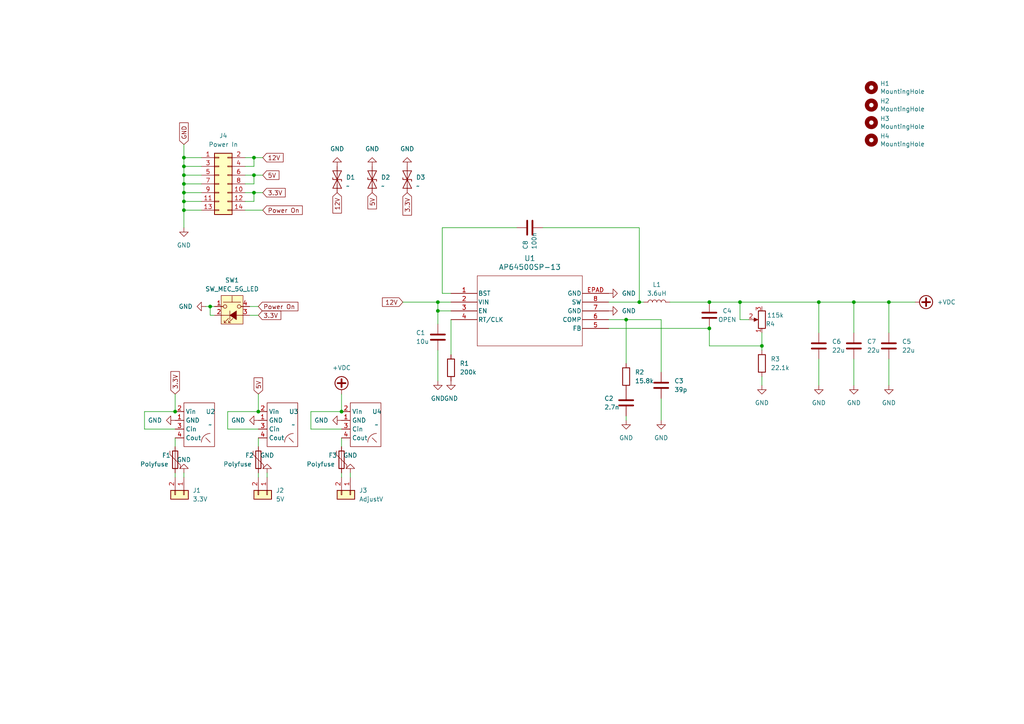
<source format=kicad_sch>
(kicad_sch (version 20230121) (generator eeschema)
  (paper "A4")
  (lib_symbols
    (symbol "AP64500SP:AP64500SP-13" (pin_names (offset 0.254))
      (property "Reference" "U" (at 22.86 10.16 0))
      (property "Value" "AP64500SP-13" (at 22.86 7.62 0))
      (symbol "AP64500SP-13_0_1"
        (polyline (pts (xy 7.62 -15.24) (xy 38.1 -15.24)) (stroke (width 0.127)))
        (polyline (pts (xy 7.62 5.08) (xy 7.62 -15.24)) (stroke (width 0.127)))
        (polyline (pts (xy 38.1 -15.24) (xy 38.1 5.08)) (stroke (width 0.127)))
        (polyline (pts (xy 38.1 5.08) (xy 7.62 5.08)) (stroke (width 0.127)))
        (pin power_in line (at 0 0 0) (length 7.62) (name "BST") (number "1"))
        (pin power_in line (at 0 -2.54 0) (length 7.62) (name "VIN") (number "2"))
        (pin input line (at 0 -5.08 0) (length 7.62) (name "EN") (number "3"))
        (pin unspecified line (at 0 -7.62 0) (length 7.62) (name "RT/CLK") (number "4"))
        (pin unspecified line (at 45.72 -10.16 180) (length 7.62) (name "FB") (number "5"))
        (pin unspecified line (at 45.72 -7.62 180) (length 7.62) (name "COMP") (number "6"))
        (pin power_out line (at 45.72 -5.08 180) (length 7.62) (name "GND") (number "7"))
        (pin output line (at 45.72 -2.54 180) (length 7.62) (name "SW") (number "8"))
        (pin power_out line (at 45.72 0 180) (length 7.62) (name "GND") (number "EPAD"))
      )
    )
    (symbol "Connector_Generic:Conn_01x02" (pin_names (offset 1.016) hide)
      (property "Reference" "J" (at 0 2.54 0))
      (property "Value" "Conn_01x02" (at 0 -5.08 0))
      (symbol "Conn_01x02_1_1"
        (rectangle (start -1.27 -2.413) (end 0 -2.667) (stroke (width 0.1524)))
        (rectangle (start -1.27 0.127) (end 0 -0.127) (stroke (width 0.1524)))
        (rectangle (start -1.27 1.27) (end 1.27 -3.81) (stroke (width 0.254)) (fill (type background)))
        (pin passive line (at -5.08 0 0) (length 3.81) (name "Pin_1") (number "1"))
        (pin passive line (at -5.08 -2.54 0) (length 3.81) (name "Pin_2") (number "2"))
      )
    )
    (symbol "Connector_Generic:Conn_02x07_Odd_Even" (pin_names (offset 1.016) hide)
      (property "Reference" "J" (at 1.27 10.16 0))
      (property "Value" "Conn_02x07_Odd_Even" (at 1.27 -10.16 0))
      (symbol "Conn_02x07_Odd_Even_1_1"
        (rectangle (start -1.27 -7.493) (end 0 -7.747) (stroke (width 0.1524)))
        (rectangle (start -1.27 -4.953) (end 0 -5.207) (stroke (width 0.1524)))
        (rectangle (start -1.27 -2.413) (end 0 -2.667) (stroke (width 0.1524)))
        (rectangle (start -1.27 0.127) (end 0 -0.127) (stroke (width 0.1524)))
        (rectangle (start -1.27 2.667) (end 0 2.413) (stroke (width 0.1524)))
        (rectangle (start -1.27 5.207) (end 0 4.953) (stroke (width 0.1524)))
        (rectangle (start -1.27 7.747) (end 0 7.493) (stroke (width 0.1524)))
        (rectangle (start -1.27 8.89) (end 3.81 -8.89) (stroke (width 0.254)) (fill (type background)))
        (rectangle (start 3.81 -7.493) (end 2.54 -7.747) (stroke (width 0.1524)))
        (rectangle (start 3.81 -4.953) (end 2.54 -5.207) (stroke (width 0.1524)))
        (rectangle (start 3.81 -2.413) (end 2.54 -2.667) (stroke (width 0.1524)))
        (rectangle (start 3.81 0.127) (end 2.54 -0.127) (stroke (width 0.1524)))
        (rectangle (start 3.81 2.667) (end 2.54 2.413) (stroke (width 0.1524)))
        (rectangle (start 3.81 5.207) (end 2.54 4.953) (stroke (width 0.1524)))
        (rectangle (start 3.81 7.747) (end 2.54 7.493) (stroke (width 0.1524)))
        (pin passive line (at -5.08 7.62 0) (length 3.81) (name "Pin_1") (number "1"))
        (pin passive line (at 7.62 -2.54 180) (length 3.81) (name "Pin_10") (number "10"))
        (pin passive line (at -5.08 -5.08 0) (length 3.81) (name "Pin_11") (number "11"))
        (pin passive line (at 7.62 -5.08 180) (length 3.81) (name "Pin_12") (number "12"))
        (pin passive line (at -5.08 -7.62 0) (length 3.81) (name "Pin_13") (number "13"))
        (pin passive line (at 7.62 -7.62 180) (length 3.81) (name "Pin_14") (number "14"))
        (pin passive line (at 7.62 7.62 180) (length 3.81) (name "Pin_2") (number "2"))
        (pin passive line (at -5.08 5.08 0) (length 3.81) (name "Pin_3") (number "3"))
        (pin passive line (at 7.62 5.08 180) (length 3.81) (name "Pin_4") (number "4"))
        (pin passive line (at -5.08 2.54 0) (length 3.81) (name "Pin_5") (number "5"))
        (pin passive line (at 7.62 2.54 180) (length 3.81) (name "Pin_6") (number "6"))
        (pin passive line (at -5.08 0 0) (length 3.81) (name "Pin_7") (number "7"))
        (pin passive line (at 7.62 0 180) (length 3.81) (name "Pin_8") (number "8"))
        (pin passive line (at -5.08 -2.54 0) (length 3.81) (name "Pin_9") (number "9"))
      )
    )
    (symbol "Device:C" (pin_numbers hide) (pin_names (offset 0.254))
      (property "Reference" "C" (at 0.635 2.54 0))
      (property "Value" "C" (at 0.635 -2.54 0))
      (symbol "C_0_1"
        (polyline (pts (xy -2.032 -0.762) (xy 2.032 -0.762)) (stroke (width 0.508)))
        (polyline (pts (xy -2.032 0.762) (xy 2.032 0.762)) (stroke (width 0.508)))
      )
      (symbol "C_1_1"
        (pin passive line (at 0 3.81 270) (length 2.794) (name "~") (number "1"))
        (pin passive line (at 0 -3.81 90) (length 2.794) (name "~") (number "2"))
      )
    )
    (symbol "Device:L" (pin_numbers hide) (pin_names (offset 1.016) hide)
      (property "Reference" "L" (at -1.27 0 90))
      (property "Value" "L" (at 1.905 0 90))
      (symbol "L_0_1"
        (arc (start 0 -2.54) (mid 0.6323 -1.905) (end 0 -1.27))
        (arc (start 0 -1.27) (mid 0.6323 -0.635) (end 0 0))
        (arc (start 0 0) (mid 0.6323 0.635) (end 0 1.27))
        (arc (start 0 1.27) (mid 0.6323 1.905) (end 0 2.54))
      )
      (symbol "L_1_1"
        (pin passive line (at 0 3.81 270) (length 1.27) (name "1") (number "1"))
        (pin passive line (at 0 -3.81 90) (length 1.27) (name "2") (number "2"))
      )
    )
    (symbol "Device:Polyfuse" (pin_numbers hide) (pin_names (offset 0))
      (property "Reference" "F" (at -2.54 0 90))
      (property "Value" "Polyfuse" (at 2.54 0 90))
      (symbol "Polyfuse_0_1"
        (rectangle (start -0.762 2.54) (end 0.762 -2.54) (stroke (width 0.254)))
        (polyline (pts (xy 0 2.54) (xy 0 -2.54)))
        (polyline (pts (xy -1.524 2.54) (xy -1.524 1.524) (xy 1.524 -1.524) (xy 1.524 -2.54)))
      )
      (symbol "Polyfuse_1_1"
        (pin passive line (at 0 3.81 270) (length 1.27) (name "~") (number "1"))
        (pin passive line (at 0 -3.81 90) (length 1.27) (name "~") (number "2"))
      )
    )
    (symbol "Device:R" (pin_numbers hide) (pin_names (offset 0))
      (property "Reference" "R" (at 2.032 0 90))
      (property "Value" "R" (at 0 0 90))
      (symbol "R_0_1"
        (rectangle (start -1.016 -2.54) (end 1.016 2.54) (stroke (width 0.254)))
      )
      (symbol "R_1_1"
        (pin passive line (at 0 3.81 270) (length 1.27) (name "~") (number "1"))
        (pin passive line (at 0 -3.81 90) (length 1.27) (name "~") (number "2"))
      )
    )
    (symbol "Device:R_Potentiometer" (pin_names (offset 1.016) hide)
      (property "Reference" "RV" (at -4.445 0 90))
      (property "Value" "R_Potentiometer" (at -2.54 0 90))
      (symbol "R_Potentiometer_0_1"
        (polyline (pts (xy 2.54 0) (xy 1.524 0)))
        (polyline (pts (xy 1.143 0) (xy 2.286 0.508) (xy 2.286 -0.508) (xy 1.143 0)) (fill (type outline)))
        (rectangle (start 1.016 2.54) (end -1.016 -2.54) (stroke (width 0.254)))
      )
      (symbol "R_Potentiometer_1_1"
        (pin passive line (at 0 3.81 270) (length 1.27) (name "1") (number "1"))
        (pin passive line (at 3.81 0 180) (length 1.27) (name "2") (number "2"))
        (pin passive line (at 0 -3.81 90) (length 1.27) (name "3") (number "3"))
      )
    )
    (symbol "Diode:ESD9B5.0ST5G" (pin_numbers hide) (pin_names (offset 1.016) hide)
      (property "Reference" "D" (at 0 2.54 0))
      (property "Value" "ESD9B5.0ST5G" (at 0 -2.54 0))
      (symbol "ESD9B5.0ST5G_0_1"
        (polyline (pts (xy 1.27 0) (xy -1.27 0)))
        (polyline (pts (xy -2.54 -1.27) (xy 0 0) (xy -2.54 1.27) (xy -2.54 -1.27)) (stroke (width 0.2032)))
        (polyline (pts (xy 0.508 1.27) (xy 0 1.27) (xy 0 -1.27) (xy -0.508 -1.27)) (stroke (width 0.2032)))
        (polyline (pts (xy 2.54 1.27) (xy 2.54 -1.27) (xy 0 0) (xy 2.54 1.27)) (stroke (width 0.2032)))
      )
      (symbol "ESD9B5.0ST5G_1_1"
        (pin passive line (at -3.81 0 0) (length 2.54) (name "A1") (number "1"))
        (pin passive line (at 3.81 0 180) (length 2.54) (name "A2") (number "2"))
      )
    )
    (symbol "Mechanical:MountingHole" (pin_names (offset 1.016))
      (property "Reference" "H" (at 0 5.08 0))
      (property "Value" "MountingHole" (at 0 3.175 0))
      (symbol "MountingHole_0_1"
        (circle (center 0 0) (radius 1.27) (stroke (width 1.27)))
      )
    )
    (symbol "Switch:SW_MEC_5G_LED" (pin_names (offset 1.016) hide)
      (property "Reference" "SW" (at 0 7.62 0))
      (property "Value" "SW_MEC_5G_LED" (at 0 -3.81 0))
      (symbol "SW_MEC_5G_LED_0_0"
        (polyline (pts (xy -2.54 0) (xy 2.54 0)))
        (polyline (pts (xy -2.286 -2.159) (xy -1.016 -0.889)))
        (polyline (pts (xy -1.016 -2.159) (xy 0.254 -0.889)))
        (polyline (pts (xy -0.635 1.27) (xy -0.635 -1.27)))
        (polyline (pts (xy -2.286 -1.524) (xy -2.286 -2.159) (xy -1.651 -2.159)))
        (polyline (pts (xy -1.016 -1.524) (xy -1.016 -2.159) (xy -0.381 -2.159)))
        (polyline (pts (xy -0.635 0) (xy 1.27 1.27) (xy 1.27 -1.27) (xy -0.635 0)) (fill (type outline)))
      )
      (symbol "SW_MEC_5G_LED_0_1"
        (circle (center -2.032 2.54) (radius 0.508))
        (polyline (pts (xy 0 3.81) (xy 0 5.588)))
        (polyline (pts (xy 2.54 3.81) (xy -2.54 3.81)))
        (circle (center 2.032 2.54) (radius 0.508))
        (pin passive line (at -5.08 2.54 0) (length 2.54) (name "1") (number "1"))
        (pin passive line (at -5.08 0 0) (length 2.54) (name "2") (number "2"))
        (pin passive line (at 5.08 0 180) (length 2.54) (name "K") (number "3"))
        (pin passive line (at 5.08 2.54 180) (length 2.54) (name "A") (number "4"))
      )
      (symbol "SW_MEC_5G_LED_1_1"
        (rectangle (start -3.175 5.715) (end 3.175 -2.54) (fill (type background)))
      )
    )
    (symbol "meters:volt+current_meter"
      (property "Reference" "U" (at 2.54 3.81 0))
      (symbol "volt+current_meter_0_1"
        (rectangle (start -3.81 6.35) (end 5.08 -6.35))
        (polyline (pts (xy 3.81 -5.08) (xy 2.54 -3.81)))
        (arc (start 3.8054 -2.5346) (mid 2.0107 -3.2796) (end 1.2646 -5.0738))
      )
      (symbol "volt+current_meter_1_1"
        (pin input line (at -6.35 1.27 0) (length 2.54) (name "GND") (number "1"))
        (pin input line (at -6.35 3.81 0) (length 2.54) (name "Vin") (number "2"))
        (pin input line (at -6.35 -1.27 0) (length 2.54) (name "Cin") (number "3"))
        (pin input line (at -6.35 -3.81 0) (length 2.54) (name "Cout") (number "4"))
      )
    )
    (symbol "power:+VDC" (power) (pin_names (offset 0))
      (property "Value" "+VDC" (at 0 6.35 0))
      (symbol "+VDC_0_1"
        (polyline (pts (xy -1.143 3.175) (xy 1.143 3.175)) (stroke (width 0.508)))
        (polyline (pts (xy 0 0) (xy 0 1.27)))
        (polyline (pts (xy 0 2.032) (xy 0 4.318)) (stroke (width 0.508)))
        (circle (center 0 3.175) (radius 1.905) (stroke (width 0.254)))
      )
      (symbol "+VDC_1_1"
        (pin power_in line (at 0 0 90) (length 0) hide (name "+VDC") (number "1"))
      )
    )
    (symbol "power:GND" (power) (pin_names (offset 0))
      (property "Value" "GND" (at 0 -3.81 0))
      (symbol "GND_0_1"
        (polyline (pts (xy 0 0) (xy 0 -1.27) (xy 1.27 -1.27) (xy 0 -2.54) (xy -1.27 -1.27) (xy 0 -1.27)))
      )
      (symbol "GND_1_1"
        (pin power_in line (at 0 0 270) (length 0) hide (name "GND") (number "1"))
      )
    )
    (symbol "volt+current_meter_1"
      (property "Reference" "U" (at 2.54 3.81 0))
      (symbol "volt+current_meter_1_0_1"
        (rectangle (start -3.81 6.35) (end 5.08 -6.35))
        (polyline (pts (xy 3.81 -5.08) (xy 2.54 -3.81)))
        (arc (start 3.8054 -2.5346) (mid 2.0107 -3.2796) (end 1.2646 -5.0738))
      )
      (symbol "volt+current_meter_1_1_1"
        (pin input line (at -6.35 1.27 0) (length 2.54) (name "GND") (number "1"))
        (pin input line (at -6.35 3.81 0) (length 2.54) (name "Vin") (number "2"))
        (pin input line (at -6.35 -1.27 0) (length 2.54) (name "Cin") (number "3"))
        (pin input line (at -6.35 -3.81 0) (length 2.54) (name "Cout") (number "4"))
      )
    )
    (symbol "volt+current_meter_2"
      (property "Reference" "U" (at 2.54 3.81 0))
      (symbol "volt+current_meter_2_0_1"
        (rectangle (start -3.81 6.35) (end 5.08 -6.35))
        (polyline (pts (xy 3.81 -5.08) (xy 2.54 -3.81)))
        (arc (start 3.8054 -2.5346) (mid 2.0107 -3.2796) (end 1.2646 -5.0738))
      )
      (symbol "volt+current_meter_2_1_1"
        (pin input line (at -6.35 1.27 0) (length 2.54) (name "GND") (number "1"))
        (pin input line (at -6.35 3.81 0) (length 2.54) (name "Vin") (number "2"))
        (pin input line (at -6.35 -1.27 0) (length 2.54) (name "Cin") (number "3"))
        (pin input line (at -6.35 -3.81 0) (length 2.54) (name "Cout") (number "4"))
      )
    )
  )
  (junction (at 127 90.17))
  (junction (at 53.34 45.72))
  (junction (at 53.34 50.8))
  (junction (at 53.34 58.42))
  (junction (at 257.81 87.63))
  (junction (at 181.61 92.71))
  (junction (at 53.34 53.34))
  (junction (at 220.98 100.33))
  (junction (at 53.34 48.26))
  (junction (at 205.74 87.63))
  (junction (at 73.66 50.8))
  (junction (at 53.34 60.96))
  (junction (at 247.65 87.63))
  (junction (at 73.66 55.88))
  (junction (at 127 87.63))
  (junction (at 60.96 88.9))
  (junction (at 205.74 95.25))
  (junction (at 73.66 45.72))
  (junction (at 50.8 119.38))
  (junction (at 53.34 55.88))
  (junction (at 99.06 119.38))
  (junction (at 185.42 87.63))
  (junction (at 237.49 87.63))
  (junction (at 214.63 87.63))
  (junction (at 74.93 119.38))
  (wire (pts (xy 53.34 60.96) (xy 58.42 60.96)))
  (wire (pts (xy 53.34 50.8) (xy 53.34 53.34)))
  (wire (pts (xy 194.31 87.63) (xy 205.74 87.63)))
  (wire (pts (xy 66.04 119.38) (xy 66.04 124.46)))
  (wire (pts (xy 53.34 45.72) (xy 58.42 45.72)))
  (wire (pts (xy 53.34 53.34) (xy 53.34 55.88)))
  (wire (pts (xy 53.34 60.96) (xy 53.34 66.04)))
  (wire (pts (xy 53.34 45.72) (xy 53.34 48.26)))
  (wire (pts (xy 127 90.17) (xy 127 93.98)))
  (wire (pts (xy 73.66 55.88) (xy 76.2 55.88)))
  (wire (pts (xy 214.63 87.63) (xy 214.63 92.71)))
  (wire (pts (xy 205.74 100.33) (xy 205.74 95.25)))
  (wire (pts (xy 99.06 137.16) (xy 99.06 138.43)))
  (wire (pts (xy 53.34 55.88) (xy 58.42 55.88)))
  (wire (pts (xy 217.17 92.71) (xy 214.63 92.71)))
  (wire (pts (xy 60.96 88.9) (xy 62.23 88.9)))
  (wire (pts (xy 130.81 90.17) (xy 127 90.17)))
  (wire (pts (xy 71.12 45.72) (xy 73.66 45.72)))
  (wire (pts (xy 220.98 109.22) (xy 220.98 111.76)))
  (wire (pts (xy 128.27 85.09) (xy 128.27 66.04)))
  (wire (pts (xy 71.12 58.42) (xy 73.66 58.42)))
  (wire (pts (xy 181.61 121.92) (xy 181.61 120.65)))
  (wire (pts (xy 53.34 58.42) (xy 58.42 58.42)))
  (wire (pts (xy 205.74 100.33) (xy 220.98 100.33)))
  (wire (pts (xy 220.98 96.52) (xy 220.98 100.33)))
  (wire (pts (xy 53.34 53.34) (xy 58.42 53.34)))
  (wire (pts (xy 50.8 114.3) (xy 50.8 119.38)))
  (wire (pts (xy 247.65 87.63) (xy 257.81 87.63)))
  (wire (pts (xy 77.47 137.16) (xy 77.47 138.43)))
  (wire (pts (xy 66.04 124.46) (xy 74.93 124.46)))
  (wire (pts (xy 247.65 87.63) (xy 247.65 96.52)))
  (wire (pts (xy 127 90.17) (xy 127 87.63)))
  (wire (pts (xy 73.66 53.34) (xy 73.66 50.8)))
  (wire (pts (xy 90.17 119.38) (xy 90.17 124.46)))
  (wire (pts (xy 50.8 119.38) (xy 41.91 119.38)))
  (wire (pts (xy 53.34 48.26) (xy 53.34 50.8)))
  (wire (pts (xy 73.66 48.26) (xy 73.66 45.72)))
  (wire (pts (xy 53.34 55.88) (xy 53.34 58.42)))
  (wire (pts (xy 74.93 114.3) (xy 74.93 119.38)))
  (wire (pts (xy 74.93 88.9) (xy 72.39 88.9)))
  (wire (pts (xy 257.81 87.63) (xy 265.43 87.63)))
  (wire (pts (xy 181.61 92.71) (xy 181.61 105.41)))
  (wire (pts (xy 74.93 119.38) (xy 66.04 119.38)))
  (wire (pts (xy 191.77 115.57) (xy 191.77 121.92)))
  (wire (pts (xy 99.06 127) (xy 99.06 129.54)))
  (wire (pts (xy 127 87.63) (xy 130.81 87.63)))
  (wire (pts (xy 90.17 124.46) (xy 99.06 124.46)))
  (wire (pts (xy 73.66 58.42) (xy 73.66 55.88)))
  (wire (pts (xy 71.12 55.88) (xy 73.66 55.88)))
  (wire (pts (xy 74.93 127) (xy 74.93 129.54)))
  (wire (pts (xy 74.93 137.16) (xy 74.93 138.43)))
  (wire (pts (xy 214.63 87.63) (xy 237.49 87.63)))
  (wire (pts (xy 60.96 91.44) (xy 62.23 91.44)))
  (wire (pts (xy 247.65 104.14) (xy 247.65 111.76)))
  (wire (pts (xy 205.74 87.63) (xy 214.63 87.63)))
  (wire (pts (xy 128.27 66.04) (xy 149.86 66.04)))
  (wire (pts (xy 99.06 114.3) (xy 99.06 119.38)))
  (wire (pts (xy 60.96 88.9) (xy 59.69 88.9)))
  (wire (pts (xy 53.34 58.42) (xy 53.34 60.96)))
  (wire (pts (xy 257.81 104.14) (xy 257.81 111.76)))
  (wire (pts (xy 53.34 41.91) (xy 53.34 45.72)))
  (wire (pts (xy 50.8 127) (xy 50.8 129.54)))
  (wire (pts (xy 130.81 92.71) (xy 130.81 102.87)))
  (wire (pts (xy 74.93 91.44) (xy 72.39 91.44)))
  (wire (pts (xy 220.98 100.33) (xy 220.98 101.6)))
  (wire (pts (xy 76.2 60.96) (xy 71.12 60.96)))
  (wire (pts (xy 41.91 119.38) (xy 41.91 124.46)))
  (wire (pts (xy 237.49 104.14) (xy 237.49 111.76)))
  (wire (pts (xy 185.42 66.04) (xy 185.42 87.63)))
  (wire (pts (xy 176.53 87.63) (xy 185.42 87.63)))
  (wire (pts (xy 60.96 88.9) (xy 60.96 91.44)))
  (wire (pts (xy 71.12 53.34) (xy 73.66 53.34)))
  (wire (pts (xy 176.53 92.71) (xy 181.61 92.71)))
  (wire (pts (xy 101.6 137.16) (xy 101.6 138.43)))
  (wire (pts (xy 53.34 137.16) (xy 53.34 138.43)))
  (wire (pts (xy 53.34 50.8) (xy 58.42 50.8)))
  (wire (pts (xy 50.8 137.16) (xy 50.8 138.43)))
  (wire (pts (xy 237.49 87.63) (xy 247.65 87.63)))
  (wire (pts (xy 237.49 87.63) (xy 237.49 96.52)))
  (wire (pts (xy 73.66 50.8) (xy 76.2 50.8)))
  (wire (pts (xy 157.48 66.04) (xy 185.42 66.04)))
  (wire (pts (xy 130.81 85.09) (xy 128.27 85.09)))
  (wire (pts (xy 71.12 50.8) (xy 73.66 50.8)))
  (wire (pts (xy 73.66 45.72) (xy 76.2 45.72)))
  (wire (pts (xy 71.12 48.26) (xy 73.66 48.26)))
  (wire (pts (xy 257.81 87.63) (xy 257.81 96.52)))
  (wire (pts (xy 127 101.6) (xy 127 110.49)))
  (wire (pts (xy 181.61 92.71) (xy 191.77 92.71)))
  (wire (pts (xy 176.53 95.25) (xy 205.74 95.25)))
  (wire (pts (xy 53.34 48.26) (xy 58.42 48.26)))
  (wire (pts (xy 99.06 119.38) (xy 90.17 119.38)))
  (wire (pts (xy 185.42 87.63) (xy 186.69 87.63)))
  (wire (pts (xy 191.77 92.71) (xy 191.77 107.95)))
  (wire (pts (xy 41.91 124.46) (xy 50.8 124.46)))
  (wire (pts (xy 116.84 87.63) (xy 127 87.63)))
  (global_label "12V" (shape input) (at 76.2 45.72 0) (property "Intersheetrefs" "${INTERSHEET_REFS}" (effects hide)))
  (global_label "3.3V" (shape input) (at 76.2 55.88 0) (property "Intersheetrefs" "${INTERSHEET_REFS}" (effects hide)))
  (global_label "3.3V" (shape input) (at 50.8 114.3 90) (property "Intersheetrefs" "${INTERSHEET_REFS}" (effects hide)))
  (global_label "Power On" (shape input) (at 76.2 60.96 0) (property "Intersheetrefs" "${INTERSHEET_REFS}" (effects hide)))
  (global_label "3.3V" (shape input) (at 74.93 91.44 0) (property "Intersheetrefs" "${INTERSHEET_REFS}" (effects hide)))
  (global_label "5V" (shape input) (at 76.2 50.8 0) (property "Intersheetrefs" "${INTERSHEET_REFS}" (effects hide)))
  (global_label "5V" (shape input) (at 107.95 55.88 270) (property "Intersheetrefs" "${INTERSHEET_REFS}" (effects hide)))
  (global_label "Power On" (shape input) (at 74.93 88.9 0) (property "Intersheetrefs" "${INTERSHEET_REFS}" (effects hide)))
  (global_label "5V" (shape input) (at 74.93 114.3 90) (property "Intersheetrefs" "${INTERSHEET_REFS}" (effects hide)))
  (global_label "12V" (shape input) (at 97.79 55.88 270) (property "Intersheetrefs" "${INTERSHEET_REFS}" (effects hide)))
  (global_label "3.3V" (shape input) (at 118.11 55.88 270) (property "Intersheetrefs" "${INTERSHEET_REFS}" (effects hide)))
  (global_label "12V" (shape input) (at 116.84 87.63 180) (property "Intersheetrefs" "${INTERSHEET_REFS}" (effects hide)))
  (global_label "GND" (shape input) (at 53.34 41.91 90) (property "Intersheetrefs" "${INTERSHEET_REFS}" (effects hide)))
  (symbol (lib_id "Device:C") (at 237.49 100.33 0) (unit 1)
    (property "Reference" "C6" (at 241.3 99.06 0) (effects (justify left)))
    (property "Value" "22u" (at 241.3 101.6 0) (effects (justify left)))
    (property "Footprint" "Capacitor_SMD:C_0805_2012Metric" (effects hide))
    (property "LCSC" "C1591" (effects hide))
  )
  (symbol (lib_id "Device:C") (at 247.65 100.33 0) (unit 1)
    (property "Reference" "C7" (at 251.46 99.06 0) (effects (justify left)))
    (property "Value" "22u" (at 251.46 101.6 0) (effects (justify left)))
    (property "Footprint" "Capacitor_SMD:C_0805_2012Metric" (effects hide))
    (property "LCSC" "C1591" (effects hide))
  )
  (symbol (lib_id "Device:C") (at 127 97.79 0) (unit 1)
    (property "Reference" "C1" (at 120.65 96.52 0) (effects (justify left)))
    (property "Value" "10u" (at 120.65 99.06 0) (effects (justify left)))
    (property "Footprint" "Capacitor_SMD:C_0805_2012Metric" (effects hide))
    (property "LCSC" "C15850" (effects hide))
  )
  (symbol (lib_id "Device:R") (at 220.98 105.41 0) (unit 1)
    (property "Reference" "R3" (at 223.52 104.14 0) (effects (justify left)))
    (property "Value" "22.1k" (at 223.52 106.68 0) (effects (justify left)))
    (property "Footprint" "Resistor_SMD:R_0603_1608Metric" (effects hide))
  )
  (symbol (lib_id "Device:C") (at 181.61 116.84 0) (unit 1)
    (property "Reference" "C2" (at 175.26 115.57 0) (effects (justify left)))
    (property "Value" "2.7n" (at 175.26 118.11 0) (effects (justify left)))
    (property "Footprint" "Capacitor_SMD:C_0603_1608Metric" (effects hide))
    (property "LCSC" "C1609" (effects hide))
  )
  (symbol (lib_id "power:GND") (at 191.77 121.92 0) (unit 1)
    (property "Reference" "#PWR07" (effects hide))
    (property "Value" "GND" (at 191.77 127 0))
  )
  (symbol (lib_name "volt+current_meter_1") (lib_id "meters:volt+current_meter") (at 57.15 123.19 0) (unit 1)
    (property "Reference" "U2" (at 59.69 119.38 0) (effects (justify left)))
    (property "Value" "~" (at 60.96 123.19 0))
    (property "Footprint" "meters:Voltmeter" (effects hide))
  )
  (symbol (lib_id "Device:R") (at 130.81 106.68 0) (unit 1)
    (property "Reference" "R1" (at 133.35 105.41 0) (effects (justify left)))
    (property "Value" "200k" (at 133.35 107.95 0) (effects (justify left)))
    (property "Footprint" "Resistor_SMD:R_0603_1608Metric" (effects hide))
  )
  (symbol (lib_id "Device:C") (at 191.77 111.76 0) (unit 1)
    (property "Reference" "C3" (at 195.58 110.49 0) (effects (justify left)))
    (property "Value" "39p" (at 195.58 113.03 0) (effects (justify left)))
    (property "Footprint" "Capacitor_SMD:C_0603_1608Metric" (effects hide))
    (property "LCSC" "C107049" (effects hide))
  )
  (symbol (lib_id "power:GND") (at 176.53 90.17 90) (unit 1)
    (property "Reference" "#PWR09" (effects hide))
    (property "Value" "GND" (at 180.34 90.17 90) (effects (justify right)))
  )
  (symbol (lib_id "Device:C") (at 257.81 100.33 0) (unit 1)
    (property "Reference" "C5" (at 261.62 99.06 0) (effects (justify left)))
    (property "Value" "22u" (at 261.62 101.6 0) (effects (justify left)))
    (property "Footprint" "Capacitor_SMD:C_0805_2012Metric" (effects hide))
    (property "LCSC" "C1591" (effects hide))
  )
  (symbol (lib_id "Connector_Generic:Conn_01x02") (at 53.34 143.51 270) (unit 1)
    (property "Reference" "J1" (at 55.88 142.24 90) (effects (justify left)))
    (property "Value" "3.3V" (at 55.88 144.78 90) (effects (justify left)))
    (property "Footprint" "meters:banana_connector" (effects hide))
  )
  (symbol (lib_id "Diode:ESD9B5.0ST5G") (at 118.11 52.07 90) (unit 1)
    (property "Reference" "D3" (at 120.65 51.435 90) (effects (justify right)))
    (property "Value" "~" (at 120.65 53.975 90) (effects (justify right)))
    (property "Footprint" "Diode_SMD:D_0603_1608Metric" (effects hide))
    (property "Datasheet" "https://www.onsemi.com/pub/Collateral/ESD9B-D.PDF" (effects hide))
    (property "LCSC" "C316055" (effects hide))
  )
  (symbol (lib_id "power:GND") (at 257.81 111.76 0) (unit 1)
    (property "Reference" "#PWR011" (effects hide))
    (property "Value" "GND" (at 257.81 116.84 0))
  )
  (symbol (lib_id "power:GND") (at 118.11 48.26 180) (unit 1)
    (property "Reference" "#PWR023" (effects hide))
    (property "Value" "GND" (at 118.11 43.18 0))
  )
  (symbol (lib_name "volt+current_meter_2") (lib_id "meters:volt+current_meter") (at 81.28 123.19 0) (unit 1)
    (property "Reference" "U3" (at 83.82 119.38 0) (effects (justify left)))
    (property "Value" "~" (at 85.09 123.19 0))
    (property "Footprint" "meters:Voltmeter" (effects hide))
  )
  (symbol (lib_id "power:GND") (at 127 110.49 0) (unit 1)
    (property "Reference" "#PWR03" (effects hide))
    (property "Value" "GND" (at 127 115.57 0))
  )
  (symbol (lib_id "power:GND") (at 130.81 110.49 0) (unit 1)
    (property "Reference" "#PWR04" (effects hide))
    (property "Value" "GND" (at 130.81 115.57 0))
  )
  (symbol (lib_id "power:GND") (at 53.34 66.04 0) (unit 1)
    (property "Reference" "#PWR01" (effects hide))
    (property "Value" "GND" (at 53.34 71.12 0))
  )
  (symbol (lib_id "Device:Polyfuse") (at 99.06 133.35 0) (unit 1)
    (property "Reference" "F3" (at 95.25 132.08 0) (effects (justify left)))
    (property "Value" "Polyfuse" (at 88.9 134.62 0) (effects (justify left)))
    (property "Footprint" "Fuse:Fuse_0805_2012Metric" (effects hide))
    (property "Datasheet" "0805L020/16YR" (effects hide))
  )
  (symbol (lib_id "Device:L") (at 190.5 87.63 90) (unit 1)
    (property "Reference" "L1" (at 190.5 82.55 90))
    (property "Value" "3.6uH" (at 190.5 85.09 90))
    (property "Footprint" "Inductor_SMD:L_10.4x10.4_H4.8" (effects hide))
    (property "Ref" "DR1040-3R8-R" (effects hide))
  )
  (symbol (lib_id "Connector_Generic:Conn_02x07_Odd_Even") (at 63.5 53.34 0) (unit 1)
    (property "Reference" "J4" (at 64.77 39.37 0))
    (property "Value" "Power In" (at 64.77 41.91 0))
    (property "Footprint" "Connector_PinSocket_2.54mm:PinSocket_2x07_P2.54mm_Vertical_SMD" (effects hide))
  )
  (symbol (lib_id "power:GND") (at 50.8 121.92 270) (unit 1)
    (property "Reference" "#PWR017" (effects hide))
    (property "Value" "GND" (at 46.99 121.92 90) (effects (justify right)))
  )
  (symbol (lib_id "power:GND") (at 220.98 111.76 0) (unit 1)
    (property "Reference" "#PWR06" (effects hide))
    (property "Value" "GND" (at 220.98 116.84 0))
  )
  (symbol (lib_id "power:GND") (at 247.65 111.76 0) (unit 1)
    (property "Reference" "#PWR010" (effects hide))
    (property "Value" "GND" (at 247.65 116.84 0))
  )
  (symbol (lib_id "power:GND") (at 107.95 48.26 180) (unit 1)
    (property "Reference" "#PWR022" (effects hide))
    (property "Value" "GND" (at 107.95 43.18 0))
  )
  (symbol (lib_id "power:GND") (at 59.69 88.9 270) (unit 1)
    (property "Reference" "#PWR020" (effects hide))
    (property "Value" "GND" (at 55.88 88.9 90) (effects (justify right)))
  )
  (symbol (lib_id "meters:volt+current_meter") (at 105.41 123.19 0) (unit 1)
    (property "Reference" "U4" (at 107.95 119.38 0) (effects (justify left)))
    (property "Value" "~" (at 109.22 123.19 0))
    (property "Footprint" "meters:Voltmeter" (effects hide))
  )
  (symbol (lib_id "power:GND") (at 101.6 137.16 180) (unit 1)
    (property "Reference" "#PWR019" (effects hide))
    (property "Value" "GND" (at 101.6 132.08 0))
  )
  (symbol (lib_id "Mechanical:MountingHole") (at 252.73 30.48 0) (unit 1)
    (property "Reference" "H2" (at 255.27 29.3116 0) (effects (justify left)))
    (property "Value" "MountingHole" (at 255.27 31.623 0) (effects (justify left)))
    (property "Footprint" "MountingHole:MountingHole_4.3mm_M4" (effects hide))
  )
  (symbol (lib_id "Diode:ESD9B5.0ST5G") (at 107.95 52.07 90) (unit 1)
    (property "Reference" "D2" (at 110.49 51.435 90) (effects (justify right)))
    (property "Value" "~" (at 110.49 53.975 90) (effects (justify right)))
    (property "Footprint" "Diode_SMD:D_0603_1608Metric" (effects hide))
    (property "Datasheet" "https://www.onsemi.com/pub/Collateral/ESD9B-D.PDF" (effects hide))
    (property "LCSC" "C316055" (effects hide))
  )
  (symbol (lib_id "Device:R") (at 181.61 109.22 0) (unit 1)
    (property "Reference" "R2" (at 184.15 107.95 0) (effects (justify left)))
    (property "Value" "15.8k" (at 184.15 110.49 0) (effects (justify left)))
    (property "Footprint" "Resistor_SMD:R_0603_1608Metric" (effects hide))
  )
  (symbol (lib_id "power:GND") (at 74.93 121.92 270) (unit 1)
    (property "Reference" "#PWR015" (effects hide))
    (property "Value" "GND" (at 71.12 121.92 90) (effects (justify right)))
  )
  (symbol (lib_id "power:GND") (at 99.06 121.92 270) (unit 1)
    (property "Reference" "#PWR014" (effects hide))
    (property "Value" "GND" (at 95.25 121.92 90) (effects (justify right)))
  )
  (symbol (lib_id "Diode:ESD9B5.0ST5G") (at 97.79 52.07 90) (unit 1)
    (property "Reference" "D1" (at 100.33 51.435 90) (effects (justify right)))
    (property "Value" "~" (at 100.33 53.975 90) (effects (justify right)))
    (property "Footprint" "Diode_SMD:D_0603_1608Metric" (effects hide))
    (property "Datasheet" "https://www.onsemi.com/pub/Collateral/ESD9B-D.PDF" (effects hide))
    (property "LCSC" "C316055" (effects hide))
  )
  (symbol (lib_id "AP64500SP:AP64500SP-13") (at 130.81 85.09 0) (unit 1)
    (property "Reference" "U1" (at 153.67 74.93 0) (effects (font (size 1.524 1.524))))
    (property "Value" "AP64500SP-13" (at 153.67 77.47 0) (effects (font (size 1.524 1.524))))
    (property "Footprint" "Package_SO:SO-8_5.3x6.2mm_P1.27mm" (effects hide))
    (property "Datasheet" "AP64500SP-13" (effects hide))
  )
  (symbol (lib_id "Mechanical:MountingHole") (at 252.73 25.4 0) (unit 1)
    (property "Reference" "H1" (at 255.27 24.2316 0) (effects (justify left)))
    (property "Value" "MountingHole" (at 255.27 26.543 0) (effects (justify left)))
    (property "Footprint" "MountingHole:MountingHole_4.3mm_M4" (effects hide))
  )
  (symbol (lib_id "Device:C") (at 205.74 91.44 0) (unit 1)
    (property "Reference" "C4" (at 209.55 90.17 0) (effects (justify left)))
    (property "Value" "OPEN" (at 208.28 92.71 0) (effects (justify left)))
  )
  (symbol (lib_id "Device:C") (at 153.67 66.04 90) (unit 1)
    (property "Reference" "C8" (at 152.4 72.39 0) (effects (justify left)))
    (property "Value" "100n" (at 154.94 72.39 0) (effects (justify left)))
    (property "Footprint" "Capacitor_SMD:C_0805_2012Metric" (effects hide))
    (property "LCSC" "C38141" (effects hide))
  )
  (symbol (lib_id "power:GND") (at 53.34 137.16 180) (unit 1)
    (property "Reference" "#PWR016" (effects hide))
    (property "Value" "GND" (at 53.34 133.35 0))
  )
  (symbol (lib_id "power:GND") (at 176.53 85.09 90) (unit 1)
    (property "Reference" "#PWR02" (effects hide))
    (property "Value" "GND" (at 180.34 85.09 90) (effects (justify right)))
  )
  (symbol (lib_id "Device:Polyfuse") (at 74.93 133.35 0) (unit 1)
    (property "Reference" "F2" (at 71.12 132.08 0) (effects (justify left)))
    (property "Value" "Polyfuse" (at 64.77 134.62 0) (effects (justify left)))
    (property "Footprint" "Fuse:Fuse_0805_2012Metric" (effects hide))
    (property "Datasheet" "0805L020/16YR" (effects hide))
  )
  (symbol (lib_id "power:GND") (at 237.49 111.76 0) (unit 1)
    (property "Reference" "#PWR08" (effects hide))
    (property "Value" "GND" (at 237.49 116.84 0))
  )
  (symbol (lib_id "Mechanical:MountingHole") (at 252.73 35.56 0) (unit 1)
    (property "Reference" "H3" (at 255.27 34.3916 0) (effects (justify left)))
    (property "Value" "MountingHole" (at 255.27 36.703 0) (effects (justify left)))
    (property "Footprint" "MountingHole:MountingHole_4.3mm_M4" (effects hide))
  )
  (symbol (lib_id "Connector_Generic:Conn_01x02") (at 77.47 143.51 270) (unit 1)
    (property "Reference" "J2" (at 80.01 142.24 90) (effects (justify left)))
    (property "Value" "5V" (at 80.01 144.78 90) (effects (justify left)))
    (property "Footprint" "meters:banana_connector" (effects hide))
  )
  (symbol (lib_id "power:GND") (at 77.47 137.16 180) (unit 1)
    (property "Reference" "#PWR018" (effects hide))
    (property "Value" "GND" (at 77.47 132.08 0))
  )
  (symbol (lib_id "Connector_Generic:Conn_01x02") (at 101.6 143.51 270) (unit 1)
    (property "Reference" "J3" (at 104.14 142.24 90) (effects (justify left)))
    (property "Value" "AdjustV" (at 104.14 144.78 90) (effects (justify left)))
    (property "Footprint" "meters:banana_connector" (effects hide))
  )
  (symbol (lib_id "power:GND") (at 97.79 48.26 180) (unit 1)
    (property "Reference" "#PWR021" (effects hide))
    (property "Value" "GND" (at 97.79 43.18 0))
  )
  (symbol (lib_id "power:GND") (at 181.61 121.92 0) (unit 1)
    (property "Reference" "#PWR05" (effects hide))
    (property "Value" "GND" (at 181.61 127 0))
  )
  (symbol (lib_id "Device:Polyfuse") (at 50.8 133.35 0) (unit 1)
    (property "Reference" "F1" (at 46.99 132.08 0) (effects (justify left)))
    (property "Value" "Polyfuse" (at 40.64 134.62 0) (effects (justify left)))
    (property "Footprint" "Fuse:Fuse_0805_2012Metric" (effects hide))
    (property "Datasheet" "0805L020/16YR" (effects hide))
  )
  (symbol (lib_id "Switch:SW_MEC_5G_LED") (at 67.31 91.44 0) (unit 1)
    (property "Reference" "SW1" (at 67.31 81.28 0))
    (property "Value" "SW_MEC_5G_LED" (at 67.31 83.82 0))
    (property "Footprint" "potentiometer:pushbutton" (effects hide))
    (property "Datasheet" "http://www.apem.com/int/index.php?controller=attachment&id_attachment=488" (effects hide))
  )
  (symbol (lib_id "power:+VDC") (at 99.06 114.3 0) (unit 1)
    (property "Reference" "#PWR013" (effects hide))
    (property "Value" "+VDC" (at 99.06 106.68 0))
  )
  (symbol (lib_id "power:+VDC") (at 265.43 87.63 270) (unit 1)
    (property "Reference" "#PWR012" (effects hide))
    (property "Value" "+VDC" (at 271.78 87.63 90) (effects (justify left)))
  )
  (symbol (lib_id "Mechanical:MountingHole") (at 252.73 40.64 0) (unit 1)
    (property "Reference" "H4" (at 255.27 39.4716 0) (effects (justify left)))
    (property "Value" "MountingHole" (at 255.27 41.783 0) (effects (justify left)))
    (property "Footprint" "MountingHole:MountingHole_4.3mm_M4" (effects hide))
  )
  (symbol (lib_id "Device:R_Potentiometer") (at 220.98 92.71 180) (unit 1)
    (property "Reference" "R4" (at 224.79 93.98 0) (effects (justify left)))
    (property "Value" "115k" (at 227.33 91.44 0) (effects (justify left)))
    (property "Footprint" "potentiometer:Potentiometer_Bourns_PDB181-GTR01_Vertical" (effects hide))
  )
)
</source>
